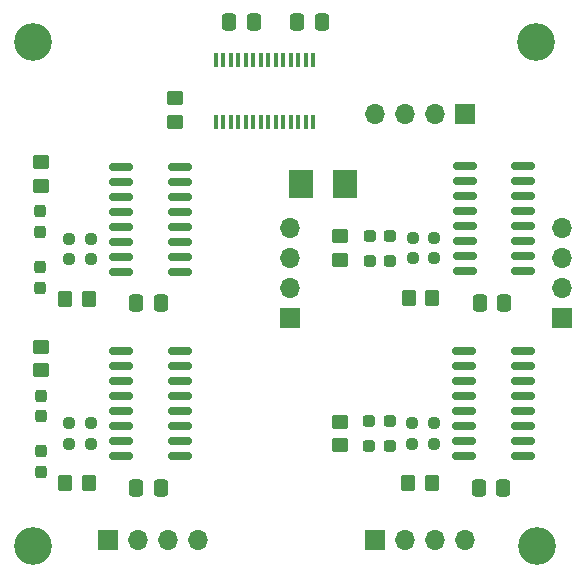
<source format=gbr>
%TF.GenerationSoftware,KiCad,Pcbnew,(6.0.4)*%
%TF.CreationDate,2022-04-04T02:46:47+02:00*%
%TF.ProjectId,Duino Coin,4475696e-6f20-4436-9f69-6e2e6b696361,rev?*%
%TF.SameCoordinates,Original*%
%TF.FileFunction,Soldermask,Bot*%
%TF.FilePolarity,Negative*%
%FSLAX46Y46*%
G04 Gerber Fmt 4.6, Leading zero omitted, Abs format (unit mm)*
G04 Created by KiCad (PCBNEW (6.0.4)) date 2022-04-04 02:46:47*
%MOMM*%
%LPD*%
G01*
G04 APERTURE LIST*
G04 Aperture macros list*
%AMRoundRect*
0 Rectangle with rounded corners*
0 $1 Rounding radius*
0 $2 $3 $4 $5 $6 $7 $8 $9 X,Y pos of 4 corners*
0 Add a 4 corners polygon primitive as box body*
4,1,4,$2,$3,$4,$5,$6,$7,$8,$9,$2,$3,0*
0 Add four circle primitives for the rounded corners*
1,1,$1+$1,$2,$3*
1,1,$1+$1,$4,$5*
1,1,$1+$1,$6,$7*
1,1,$1+$1,$8,$9*
0 Add four rect primitives between the rounded corners*
20,1,$1+$1,$2,$3,$4,$5,0*
20,1,$1+$1,$4,$5,$6,$7,0*
20,1,$1+$1,$6,$7,$8,$9,0*
20,1,$1+$1,$8,$9,$2,$3,0*%
G04 Aperture macros list end*
%ADD10C,3.200000*%
%ADD11R,1.700000X1.700000*%
%ADD12O,1.700000X1.700000*%
%ADD13RoundRect,0.250000X0.337500X0.475000X-0.337500X0.475000X-0.337500X-0.475000X0.337500X-0.475000X0*%
%ADD14RoundRect,0.250000X-0.337500X-0.475000X0.337500X-0.475000X0.337500X0.475000X-0.337500X0.475000X0*%
%ADD15RoundRect,0.237500X0.287500X0.237500X-0.287500X0.237500X-0.287500X-0.237500X0.287500X-0.237500X0*%
%ADD16RoundRect,0.237500X-0.237500X0.287500X-0.237500X-0.287500X0.237500X-0.287500X0.237500X0.287500X0*%
%ADD17RoundRect,0.237500X0.237500X-0.287500X0.237500X0.287500X-0.237500X0.287500X-0.237500X-0.287500X0*%
%ADD18RoundRect,0.237500X-0.250000X-0.237500X0.250000X-0.237500X0.250000X0.237500X-0.250000X0.237500X0*%
%ADD19RoundRect,0.237500X0.250000X0.237500X-0.250000X0.237500X-0.250000X-0.237500X0.250000X-0.237500X0*%
%ADD20RoundRect,0.249999X0.350001X0.450001X-0.350001X0.450001X-0.350001X-0.450001X0.350001X-0.450001X0*%
%ADD21RoundRect,0.249999X0.450001X-0.350001X0.450001X0.350001X-0.450001X0.350001X-0.450001X-0.350001X0*%
%ADD22RoundRect,0.249999X-0.450001X0.350001X-0.450001X-0.350001X0.450001X-0.350001X0.450001X0.350001X0*%
%ADD23RoundRect,0.150000X-0.825000X-0.150000X0.825000X-0.150000X0.825000X0.150000X-0.825000X0.150000X0*%
%ADD24R,0.400000X1.200000*%
%ADD25R,2.000000X2.400000*%
G04 APERTURE END LIST*
D10*
%TO.C,H1*%
X196342000Y-136334500D03*
%TD*%
%TO.C,H2*%
X153670000Y-136334500D03*
%TD*%
%TO.C,H3*%
X153670000Y-93662500D03*
%TD*%
%TO.C,H4*%
X196278500Y-93662500D03*
%TD*%
D11*
%TO.C,J2*%
X198450200Y-117043200D03*
D12*
X198450200Y-114503200D03*
X198450200Y-111963200D03*
X198450200Y-109423200D03*
%TD*%
D11*
%TO.C,J3*%
X182664100Y-135801100D03*
D12*
X185204100Y-135801100D03*
X187744100Y-135801100D03*
X190284100Y-135801100D03*
%TD*%
D11*
%TO.C,J5*%
X160020000Y-135775700D03*
D12*
X162560000Y-135775700D03*
X165100000Y-135775700D03*
X167640000Y-135775700D03*
%TD*%
D11*
%TO.C,J6*%
X175417480Y-117012720D03*
D12*
X175417480Y-114472720D03*
X175417480Y-111932720D03*
X175417480Y-109392720D03*
%TD*%
D13*
%TO.C,C2*%
X193569500Y-115697000D03*
X191494500Y-115697000D03*
%TD*%
%TO.C,C3*%
X164486500Y-131381500D03*
X162411500Y-131381500D03*
%TD*%
%TO.C,C4*%
X193506000Y-131381500D03*
X191431000Y-131381500D03*
%TD*%
%TO.C,C5*%
X164486500Y-115760500D03*
X162411500Y-115760500D03*
%TD*%
D14*
%TO.C,C21*%
X176064000Y-91948000D03*
X178139000Y-91948000D03*
%TD*%
D13*
%TO.C,C23*%
X172360500Y-91948000D03*
X170285500Y-91948000D03*
%TD*%
D15*
%TO.C,D1*%
X183945500Y-112141000D03*
X182195500Y-112141000D03*
%TD*%
%TO.C,D2*%
X183945500Y-110045500D03*
X182195500Y-110045500D03*
%TD*%
D16*
%TO.C,D3*%
X154368500Y-128284000D03*
X154368500Y-130034000D03*
%TD*%
D17*
%TO.C,D4*%
X154368500Y-125335000D03*
X154368500Y-123585000D03*
%TD*%
D15*
%TO.C,D5*%
X183882000Y-127825500D03*
X182132000Y-127825500D03*
%TD*%
%TO.C,D6*%
X183882000Y-125730000D03*
X182132000Y-125730000D03*
%TD*%
D16*
%TO.C,D7*%
X154305000Y-112726500D03*
X154305000Y-114476500D03*
%TD*%
D17*
%TO.C,D8*%
X154305000Y-109714000D03*
X154305000Y-107964000D03*
%TD*%
D18*
%TO.C,R1*%
X185841000Y-111950500D03*
X187666000Y-111950500D03*
%TD*%
%TO.C,R2*%
X156758000Y-127635000D03*
X158583000Y-127635000D03*
%TD*%
%TO.C,R3*%
X185777500Y-127635000D03*
X187602500Y-127635000D03*
%TD*%
%TO.C,R4*%
X156758000Y-112014000D03*
X158583000Y-112014000D03*
%TD*%
D19*
%TO.C,R5*%
X187666000Y-110236000D03*
X185841000Y-110236000D03*
%TD*%
%TO.C,R6*%
X158583000Y-125920500D03*
X156758000Y-125920500D03*
%TD*%
%TO.C,R7*%
X187602500Y-125920500D03*
X185777500Y-125920500D03*
%TD*%
%TO.C,R8*%
X158583000Y-110299500D03*
X156758000Y-110299500D03*
%TD*%
D20*
%TO.C,R9*%
X187499500Y-115316000D03*
X185499500Y-115316000D03*
%TD*%
D21*
%TO.C,R10*%
X179679600Y-112099600D03*
X179679600Y-110099600D03*
%TD*%
D20*
%TO.C,R11*%
X158416500Y-131000500D03*
X156416500Y-131000500D03*
%TD*%
D22*
%TO.C,R12*%
X154381200Y-119446800D03*
X154381200Y-121446800D03*
%TD*%
D20*
%TO.C,R13*%
X187436000Y-131000500D03*
X185436000Y-131000500D03*
%TD*%
D21*
%TO.C,R14*%
X179679600Y-127796800D03*
X179679600Y-125796800D03*
%TD*%
D20*
%TO.C,R15*%
X158416500Y-115379500D03*
X156416500Y-115379500D03*
%TD*%
D22*
%TO.C,R16*%
X154330400Y-103800400D03*
X154330400Y-105800400D03*
%TD*%
D21*
%TO.C,R29*%
X165735000Y-100377500D03*
X165735000Y-98377500D03*
%TD*%
D11*
%TO.C,J4*%
X190296800Y-99771200D03*
D12*
X187756800Y-99771200D03*
X185216800Y-99771200D03*
X182676800Y-99771200D03*
%TD*%
D23*
%TO.C,U1*%
X190247500Y-113030000D03*
X190247500Y-111760000D03*
X190247500Y-110490000D03*
X190247500Y-109220000D03*
X190247500Y-107950000D03*
X190247500Y-106680000D03*
X190247500Y-105410000D03*
X190247500Y-104140000D03*
X195197500Y-104140000D03*
X195197500Y-105410000D03*
X195197500Y-106680000D03*
X195197500Y-107950000D03*
X195197500Y-109220000D03*
X195197500Y-110490000D03*
X195197500Y-111760000D03*
X195197500Y-113030000D03*
%TD*%
%TO.C,U2*%
X161164500Y-128714500D03*
X161164500Y-127444500D03*
X161164500Y-126174500D03*
X161164500Y-124904500D03*
X161164500Y-123634500D03*
X161164500Y-122364500D03*
X161164500Y-121094500D03*
X161164500Y-119824500D03*
X166114500Y-119824500D03*
X166114500Y-121094500D03*
X166114500Y-122364500D03*
X166114500Y-123634500D03*
X166114500Y-124904500D03*
X166114500Y-126174500D03*
X166114500Y-127444500D03*
X166114500Y-128714500D03*
%TD*%
%TO.C,U3*%
X190184000Y-128714500D03*
X190184000Y-127444500D03*
X190184000Y-126174500D03*
X190184000Y-124904500D03*
X190184000Y-123634500D03*
X190184000Y-122364500D03*
X190184000Y-121094500D03*
X190184000Y-119824500D03*
X195134000Y-119824500D03*
X195134000Y-121094500D03*
X195134000Y-122364500D03*
X195134000Y-123634500D03*
X195134000Y-124904500D03*
X195134000Y-126174500D03*
X195134000Y-127444500D03*
X195134000Y-128714500D03*
%TD*%
%TO.C,U4*%
X161164500Y-113093500D03*
X161164500Y-111823500D03*
X161164500Y-110553500D03*
X161164500Y-109283500D03*
X161164500Y-108013500D03*
X161164500Y-106743500D03*
X161164500Y-105473500D03*
X161164500Y-104203500D03*
X166114500Y-104203500D03*
X166114500Y-105473500D03*
X166114500Y-106743500D03*
X166114500Y-108013500D03*
X166114500Y-109283500D03*
X166114500Y-110553500D03*
X166114500Y-111823500D03*
X166114500Y-113093500D03*
%TD*%
D24*
%TO.C,U5*%
X177419000Y-100390000D03*
X176784000Y-100390000D03*
X176149000Y-100390000D03*
X175514000Y-100390000D03*
X174879000Y-100390000D03*
X174244000Y-100390000D03*
X173609000Y-100390000D03*
X172974000Y-100390000D03*
X172339000Y-100390000D03*
X171704000Y-100390000D03*
X171069000Y-100390000D03*
X170434000Y-100390000D03*
X169799000Y-100390000D03*
X169164000Y-100390000D03*
X169164000Y-95190000D03*
X169799000Y-95190000D03*
X170434000Y-95190000D03*
X171069000Y-95190000D03*
X171704000Y-95190000D03*
X172339000Y-95190000D03*
X172974000Y-95190000D03*
X173609000Y-95190000D03*
X174244000Y-95190000D03*
X174879000Y-95190000D03*
X175514000Y-95190000D03*
X176149000Y-95190000D03*
X176784000Y-95190000D03*
X177419000Y-95190000D03*
%TD*%
D25*
%TO.C,Y5*%
X180107200Y-105664000D03*
X176407200Y-105664000D03*
%TD*%
M02*

</source>
